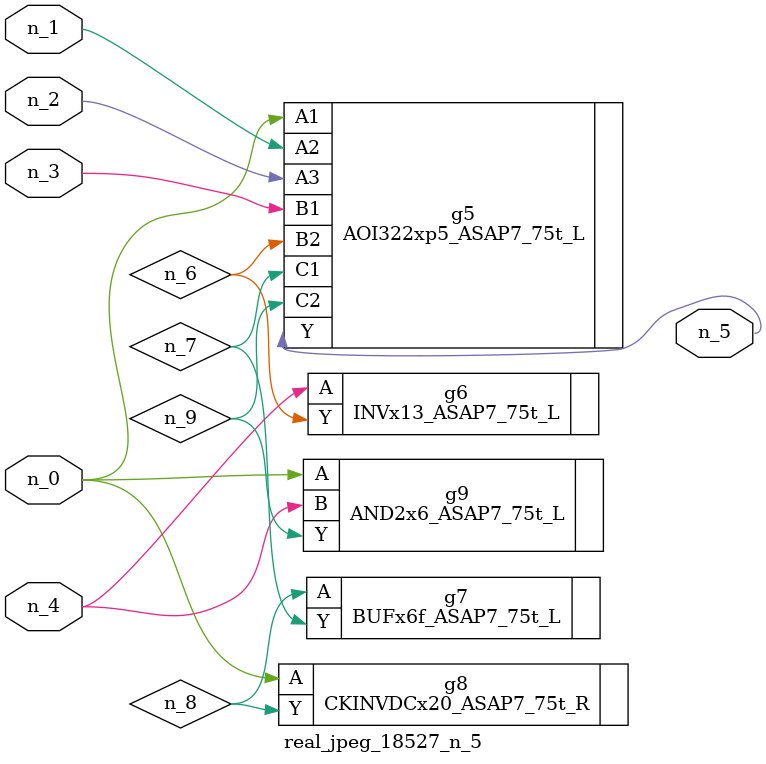
<source format=v>
module real_jpeg_18527_n_5 (n_4, n_0, n_1, n_2, n_3, n_5);

input n_4;
input n_0;
input n_1;
input n_2;
input n_3;

output n_5;

wire n_8;
wire n_6;
wire n_7;
wire n_9;

AOI322xp5_ASAP7_75t_L g5 ( 
.A1(n_0),
.A2(n_1),
.A3(n_2),
.B1(n_3),
.B2(n_6),
.C1(n_7),
.C2(n_9),
.Y(n_5)
);

CKINVDCx20_ASAP7_75t_R g8 ( 
.A(n_0),
.Y(n_8)
);

AND2x6_ASAP7_75t_L g9 ( 
.A(n_0),
.B(n_4),
.Y(n_9)
);

INVx13_ASAP7_75t_L g6 ( 
.A(n_4),
.Y(n_6)
);

BUFx6f_ASAP7_75t_L g7 ( 
.A(n_8),
.Y(n_7)
);


endmodule
</source>
